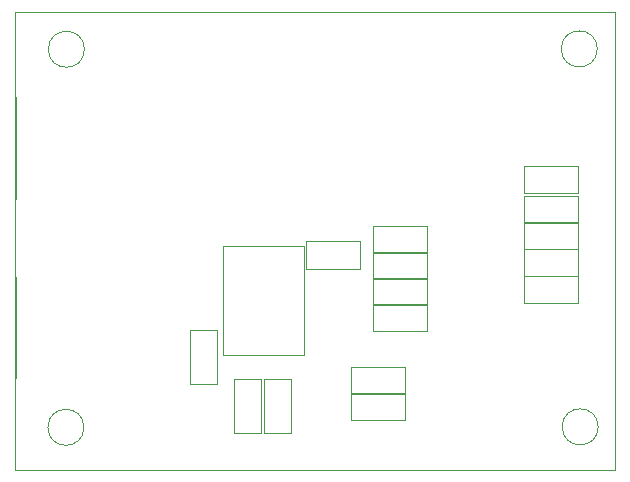
<source format=gbr>
%TF.GenerationSoftware,KiCad,Pcbnew,6.0.2*%
%TF.CreationDate,2022-11-10T22:55:43+01:00*%
%TF.ProjectId,SI4735,53493437-3335-42e6-9b69-6361645f7063,rev?*%
%TF.SameCoordinates,Original*%
%TF.FileFunction,Other,User*%
%FSLAX46Y46*%
G04 Gerber Fmt 4.6, Leading zero omitted, Abs format (unit mm)*
G04 Created by KiCad (PCBNEW 6.0.2) date 2022-11-10 22:55:43*
%MOMM*%
%LPD*%
G01*
G04 APERTURE LIST*
%TA.AperFunction,Profile*%
%ADD10C,0.050000*%
%TD*%
%TA.AperFunction,Profile*%
%ADD11C,0.100000*%
%TD*%
%ADD12C,0.050000*%
G04 APERTURE END LIST*
D10*
X243000000Y-45450000D02*
G75*
G03*
X243000000Y-45450000I-1526434J0D01*
G01*
X243076434Y-77450000D02*
G75*
G03*
X243076434Y-77450000I-1526434J0D01*
G01*
X199535580Y-77486292D02*
G75*
G03*
X199535580Y-77486292I-1526434J0D01*
G01*
X244475000Y-81120000D02*
X193725000Y-81120000D01*
X193725000Y-81120000D02*
X193725000Y-42300000D01*
X193725000Y-42300000D02*
X244475000Y-42300000D01*
X244475000Y-42300000D02*
X244475000Y-81120000D01*
X199576434Y-45480000D02*
G75*
G03*
X199576434Y-45480000I-1526434J0D01*
G01*
D11*
%TO.C,J2*%
X193760000Y-49540000D02*
X193760000Y-58140000D01*
%TO.C,J3*%
X193760000Y-64720000D02*
X193760000Y-73320000D01*
D12*
%TO.C,C1*%
X222900000Y-61750000D02*
X218300000Y-61750000D01*
X222900000Y-64050000D02*
X222900000Y-61750000D01*
X218300000Y-64050000D02*
X222900000Y-64050000D01*
X218300000Y-61750000D02*
X218300000Y-64050000D01*
%TO.C,C2*%
X214750000Y-73392000D02*
X214750000Y-77992000D01*
X217050000Y-77992000D02*
X217050000Y-73392000D01*
X214750000Y-77992000D02*
X217050000Y-77992000D01*
X217050000Y-73392000D02*
X214750000Y-73392000D01*
%TO.C,C3*%
X212210000Y-77992000D02*
X214510000Y-77992000D01*
X212210000Y-73392000D02*
X212210000Y-77992000D01*
X214510000Y-73392000D02*
X212210000Y-73392000D01*
X214510000Y-77992000D02*
X214510000Y-73392000D01*
%TO.C,R1*%
X223982500Y-62720000D02*
X228542500Y-62720000D01*
X228542500Y-60480000D02*
X223982500Y-60480000D01*
X228542500Y-62720000D02*
X228542500Y-60480000D01*
X223982500Y-60480000D02*
X223982500Y-62720000D01*
%TO.C,R2*%
X228542500Y-64880000D02*
X223982500Y-64880000D01*
X223982500Y-67120000D02*
X228542500Y-67120000D01*
X228542500Y-67120000D02*
X228542500Y-64880000D01*
X223982500Y-64880000D02*
X223982500Y-67120000D01*
%TO.C,R3*%
X228555000Y-69320000D02*
X228555000Y-67080000D01*
X228555000Y-67080000D02*
X223995000Y-67080000D01*
X223995000Y-69320000D02*
X228555000Y-69320000D01*
X223995000Y-67080000D02*
X223995000Y-69320000D01*
%TO.C,R4*%
X241380000Y-62430000D02*
X236820000Y-62430000D01*
X241380000Y-64670000D02*
X241380000Y-62430000D01*
X236820000Y-62430000D02*
X236820000Y-64670000D01*
X236820000Y-64670000D02*
X241380000Y-64670000D01*
%TO.C,R5*%
X236820000Y-64680000D02*
X236820000Y-66920000D01*
X241380000Y-64680000D02*
X236820000Y-64680000D01*
X241380000Y-66920000D02*
X241380000Y-64680000D01*
X236820000Y-66920000D02*
X241380000Y-66920000D01*
%TO.C,R6*%
X236820000Y-55380000D02*
X236820000Y-57620000D01*
X241380000Y-55380000D02*
X236820000Y-55380000D01*
X236820000Y-57620000D02*
X241380000Y-57620000D01*
X241380000Y-57620000D02*
X241380000Y-55380000D01*
%TO.C,R7*%
X226742500Y-72380000D02*
X222182500Y-72380000D01*
X226742500Y-74620000D02*
X226742500Y-72380000D01*
X222182500Y-72380000D02*
X222182500Y-74620000D01*
X222182500Y-74620000D02*
X226742500Y-74620000D01*
%TO.C,R8*%
X222182500Y-76870000D02*
X226742500Y-76870000D01*
X226742500Y-74630000D02*
X222182500Y-74630000D01*
X222182500Y-74630000D02*
X222182500Y-76870000D01*
X226742500Y-76870000D02*
X226742500Y-74630000D01*
%TO.C,U2*%
X211300000Y-62100000D02*
X218200000Y-62100000D01*
X211300000Y-71400000D02*
X211300000Y-62100000D01*
X211300000Y-71400000D02*
X218200000Y-71400000D01*
X218200000Y-71400000D02*
X218200000Y-62100000D01*
%TO.C,R13*%
X223982500Y-62680000D02*
X223982500Y-64920000D01*
X228542500Y-64920000D02*
X228542500Y-62680000D01*
X228542500Y-62680000D02*
X223982500Y-62680000D01*
X223982500Y-64920000D02*
X228542500Y-64920000D01*
%TO.C,R12*%
X241380000Y-57880000D02*
X236820000Y-57880000D01*
X236820000Y-57880000D02*
X236820000Y-60120000D01*
X236820000Y-60120000D02*
X241380000Y-60120000D01*
X241380000Y-60120000D02*
X241380000Y-57880000D01*
%TO.C,R10*%
X210770000Y-73830000D02*
X210770000Y-69270000D01*
X208530000Y-73830000D02*
X210770000Y-73830000D01*
X210770000Y-69270000D02*
X208530000Y-69270000D01*
X208530000Y-69270000D02*
X208530000Y-73830000D01*
%TO.C,R14*%
X241380000Y-62420000D02*
X241380000Y-60180000D01*
X236820000Y-60180000D02*
X236820000Y-62420000D01*
X236820000Y-62420000D02*
X241380000Y-62420000D01*
X241380000Y-60180000D02*
X236820000Y-60180000D01*
%TD*%
M02*

</source>
